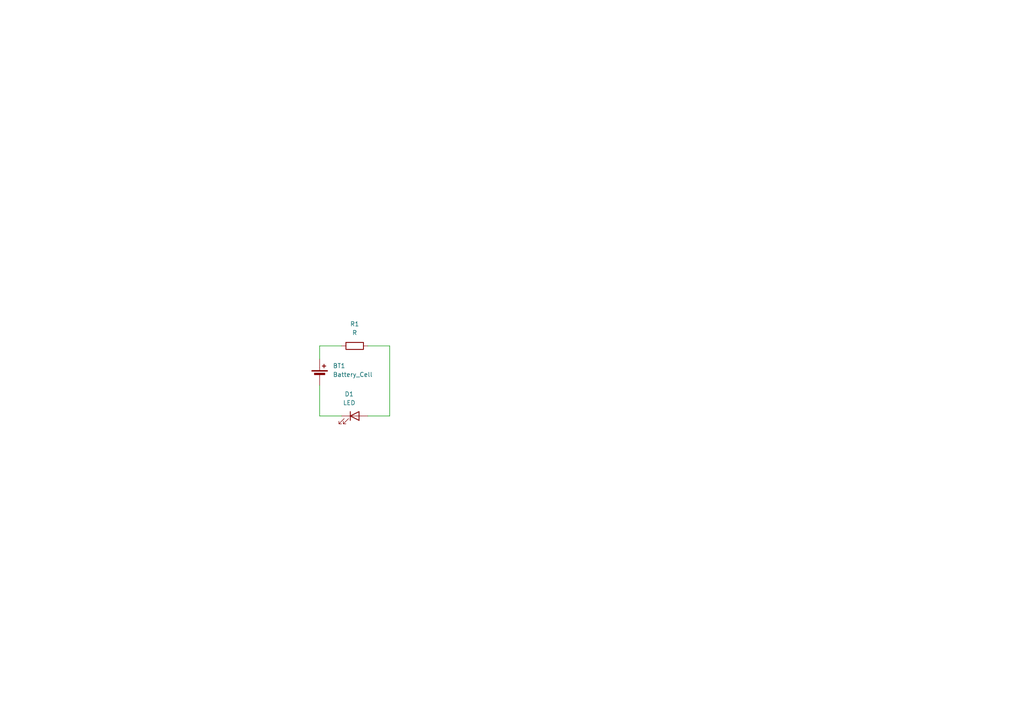
<source format=kicad_sch>
(kicad_sch (version 20231120) (generator "eeschema") (generator_version "8.0")
  (paper "A4")
  (lib_symbols
    (symbol "Device:Battery_Cell" (pin_numbers hide) (pin_names (offset 0) hide)
      (property "Reference" "BT" (at 2.54 2.54 0))
      (property "Value" "Battery_Cell" (at 2.54 0 0))
      (symbol "Battery_Cell_0_1"
        (rectangle (start -2.286 1.778) (end 2.286 1.524) (fill (type outline)))
        (rectangle (start -1.524 1.016) (end 1.524 0.508) (fill (type outline)))
        (polyline (pts (xy 0 0.762) (xy 0 0)))
        (polyline (pts (xy 0 1.778) (xy 0 2.54)))
        (polyline (pts (xy 0.762 3.048) (xy 1.778 3.048)) (stroke (width 0.254)))
        (polyline (pts (xy 1.27 3.556) (xy 1.27 2.54)) (stroke (width 0.254)))
      )
      (symbol "Battery_Cell_1_1"
        (pin passive line (at 0 5.08 270) (length 2.54) (name "+") (number "1"))
        (pin passive line (at 0 -2.54 90) (length 2.54) (name "-") (number "2"))
      )
    )
    (symbol "Device:LED" (pin_numbers hide) (pin_names (offset 1.016) hide)
      (property "Reference" "D" (at 0 2.54 0))
      (property "Value" "LED" (at 0 -2.54 0))
      (symbol "LED_0_1"
        (polyline (pts (xy -1.27 -1.27) (xy -1.27 1.27)) (stroke (width 0.254)))
        (polyline (pts (xy -1.27 0) (xy 1.27 0)))
        (polyline (pts (xy 1.27 -1.27) (xy 1.27 1.27) (xy -1.27 0) (xy 1.27 -1.27)) (stroke (width 0.254)))
        (polyline (pts (xy -3.048 -0.762) (xy -4.572 -2.286) (xy -3.81 -2.286) (xy -4.572 -2.286) (xy -4.572 -1.524)))
        (polyline (pts (xy -1.778 -0.762) (xy -3.302 -2.286) (xy -2.54 -2.286) (xy -3.302 -2.286) (xy -3.302 -1.524)))
      )
      (symbol "LED_1_1"
        (pin passive line (at -3.81 0 0) (length 2.54) (name "K") (number "1"))
        (pin passive line (at 3.81 0 180) (length 2.54) (name "A") (number "2"))
      )
    )
    (symbol "Device:R" (pin_numbers hide) (pin_names (offset 0))
      (property "Reference" "R" (at 2.032 0 90))
      (property "Value" "R" (at 0 0 90))
      (symbol "R_0_1"
        (rectangle (start -1.016 -2.54) (end 1.016 2.54) (stroke (width 0.254)))
      )
      (symbol "R_1_1"
        (pin passive line (at 0 3.81 270) (length 1.27) (name "~") (number "1"))
        (pin passive line (at 0 -3.81 90) (length 1.27) (name "~") (number "2"))
      )
    )
  )
  (wire (pts (xy 113.03 100.33) (xy 113.03 120.65)))
  (wire (pts (xy 92.71 111.76) (xy 92.71 120.65)))
  (wire (pts (xy 106.68 120.65) (xy 113.03 120.65)))
  (wire (pts (xy 106.68 100.33) (xy 113.03 100.33)))
  (wire (pts (xy 92.71 120.65) (xy 99.06 120.65)))
  (wire (pts (xy 92.71 100.33) (xy 92.71 104.14)))
  (wire (pts (xy 99.06 100.33) (xy 92.71 100.33)))
  (symbol (lib_id "Device:LED") (at 102.87 120.65 0) (unit 1)
    (property "Reference" "D1" (at 101.2825 114.3 0))
    (property "Value" "LED" (at 101.2825 116.84 0))
    (property "Footprint" "LED_SMD:LED_0805_2012Metric_Pad1.15x1.40mm_HandSolder" (effects (hide yes)))
    (property "Description" "Light emitting diode" (effects (hide yes)))
  )
  (symbol (lib_id "Device:Battery_Cell") (at 92.71 109.22 0) (unit 1)
    (property "Reference" "BT1" (at 96.52 106.1084 0) (effects (justify left)))
    (property "Value" "Battery_Cell" (at 96.52 108.6484 0) (effects (justify left)))
    (property "Footprint" "FS_3_Global_Footprint_Library:MS621FE-FL11E_SEC" (effects (hide yes)))
    (property "Description" "Single-cell battery" (effects (hide yes)))
  )
  (symbol (lib_id "Device:R") (at 102.87 100.33 90) (unit 1)
    (property "Reference" "R1" (at 102.87 93.98 90))
    (property "Value" "R" (at 102.87 96.52 90))
    (property "Footprint" "Resistor_SMD:R_0805_2012Metric_Pad1.20x1.40mm_HandSolder" (effects (hide yes)))
    (property "Description" "Resistor" (effects (hide yes)))
  )
)
</source>
